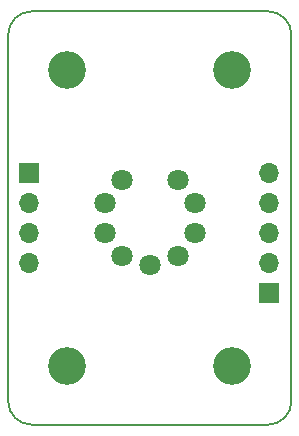
<source format=gbr>
G04 #@! TF.GenerationSoftware,KiCad,Pcbnew,5.1.6-c6e7f7d~86~ubuntu20.04.1*
G04 #@! TF.CreationDate,2020-05-17T16:01:39+03:00*
G04 #@! TF.ProjectId,GB-BRK-TR-A,47422d42-524b-42d5-9452-2d412e6b6963,v1.0*
G04 #@! TF.SameCoordinates,Original*
G04 #@! TF.FileFunction,Soldermask,Bot*
G04 #@! TF.FilePolarity,Negative*
%FSLAX46Y46*%
G04 Gerber Fmt 4.6, Leading zero omitted, Abs format (unit mm)*
G04 Created by KiCad (PCBNEW 5.1.6-c6e7f7d~86~ubuntu20.04.1) date 2020-05-17 16:01:39*
%MOMM*%
%LPD*%
G01*
G04 APERTURE LIST*
G04 #@! TA.AperFunction,Profile*
%ADD10C,0.150000*%
G04 #@! TD*
%ADD11O,1.700000X1.700000*%
%ADD12R,1.700000X1.700000*%
%ADD13C,1.800000*%
%ADD14C,3.200000*%
G04 APERTURE END LIST*
D10*
X53000000Y-85000000D02*
G75*
G02*
X51000000Y-83000000I0J2000000D01*
G01*
X75000000Y-83000000D02*
G75*
G02*
X73000000Y-85000000I-2000000J0D01*
G01*
X73000000Y-50000000D02*
G75*
G02*
X75000000Y-52000000I0J-2000000D01*
G01*
X51000000Y-52000000D02*
G75*
G02*
X53000000Y-50000000I2000000J0D01*
G01*
X51000000Y-83000000D02*
X51000000Y-52000000D01*
X73000000Y-85000000D02*
X53000000Y-85000000D01*
X75000000Y-52000000D02*
X75000000Y-83000000D01*
X53000000Y-50000000D02*
X73000000Y-50000000D01*
D11*
X52800000Y-71310000D03*
X52800000Y-68770000D03*
X52800000Y-66230000D03*
D12*
X52800000Y-63690000D03*
D11*
X73120000Y-63690000D03*
X73120000Y-66230000D03*
X73120000Y-68770000D03*
X73120000Y-71310000D03*
D12*
X73120000Y-73850000D03*
D13*
X60640000Y-64260000D03*
X59200000Y-66260000D03*
X59200000Y-68740000D03*
X60640000Y-70740000D03*
X63000000Y-71500000D03*
X65360000Y-70740000D03*
X66800000Y-66260000D03*
X66800000Y-68740000D03*
X65360000Y-64260000D03*
D14*
X70000000Y-80000000D03*
X56000000Y-80000000D03*
X70000000Y-55000000D03*
X56000000Y-55000000D03*
M02*

</source>
